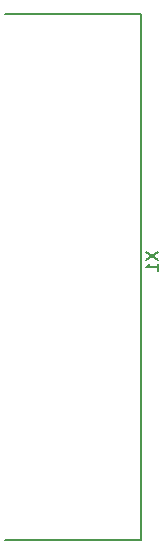
<source format=gbr>
G04 #@! TF.GenerationSoftware,KiCad,Pcbnew,(2017-12-21 revision 23d71cfa9)-makepkg*
G04 #@! TF.CreationDate,2018-06-03T16:50:17-04:00*
G04 #@! TF.ProjectId,OdysseyDaughterCardGateMatrix,4F647973736579446175676874657243,0.1*
G04 #@! TF.SameCoordinates,Original*
G04 #@! TF.FileFunction,Legend,Bot*
G04 #@! TF.FilePolarity,Positive*
%FSLAX46Y46*%
G04 Gerber Fmt 4.6, Leading zero omitted, Abs format (unit mm)*
G04 Created by KiCad (PCBNEW (2017-12-21 revision 23d71cfa9)-makepkg) date 06/03/18 16:50:17*
%MOMM*%
%LPD*%
G01*
G04 APERTURE LIST*
%ADD10C,0.150000*%
G04 APERTURE END LIST*
D10*
X124000000Y-78750000D02*
X135500000Y-78750000D01*
X135500000Y-78750000D02*
X135500000Y-123250000D01*
X135500000Y-123250000D02*
X124000000Y-123250000D01*
X135977380Y-98885476D02*
X136977380Y-99552142D01*
X135977380Y-99552142D02*
X136977380Y-98885476D01*
X136977380Y-100456904D02*
X136977380Y-99885476D01*
X136977380Y-100171190D02*
X135977380Y-100171190D01*
X136120238Y-100075952D01*
X136215476Y-99980714D01*
X136263095Y-99885476D01*
M02*

</source>
